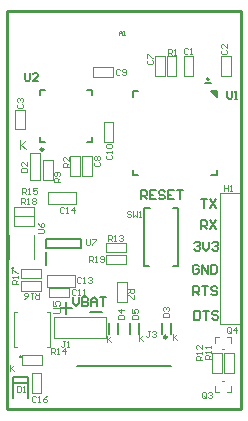
<source format=gto>
G04*
G04 #@! TF.GenerationSoftware,Altium Limited,Altium Designer,20.0.2 (26)*
G04*
G04 Layer_Color=16777215*
%FSLAX44Y44*%
%MOMM*%
G71*
G01*
G75*
%ADD10C,0.2000*%
%ADD11C,0.2500*%
%ADD12C,0.1000*%
%ADD13C,0.2540*%
%ADD14C,0.0762*%
%ADD15C,0.1270*%
%ADD16C,0.0760*%
%ADD17C,0.2032*%
%ADD18C,0.1524*%
D10*
X6641Y120949D02*
G03*
X6641Y120949I-803J0D01*
G01*
X172006Y280870D02*
G03*
X172006Y280870I-1000J0D01*
G01*
X33768Y138236D02*
Y145736D01*
X63768D01*
Y138236D02*
Y145736D01*
X33768Y138236D02*
X63768D01*
X33768Y123236D02*
Y134736D01*
X6136Y28702D02*
X18596D01*
X7166Y23622D02*
X18596D01*
Y28702D02*
X18746Y11312D01*
X5746D02*
Y28312D01*
X60000Y38500D02*
X140000D01*
X73000Y227990D02*
Y232240D01*
X68750Y227990D02*
X73000D01*
Y267740D02*
Y271990D01*
X68750D02*
X73000D01*
X29000D02*
X33250D01*
X29000Y267740D02*
Y271990D01*
Y227990D02*
Y232240D01*
Y227990D02*
X33250D01*
X141602Y122416D02*
X146092D01*
Y171526D01*
X141572D02*
X146092D01*
X117072Y171566D02*
X121542D01*
X117072Y122576D02*
Y171566D01*
Y122576D02*
X121532D01*
D11*
X136250Y62500D02*
G03*
X136250Y62500I-1250J0D01*
G01*
X31750Y221490D02*
G03*
X31750Y221490I-1250J0D01*
G01*
D12*
X2608Y128311D02*
Y149311D01*
X23808Y128311D02*
Y149311D01*
X41021Y61392D02*
X84455D01*
X41021D02*
Y79680D01*
X84455D01*
Y61392D02*
Y79680D01*
X34945Y53837D02*
X36992D01*
X34945Y83837D02*
X36992D01*
X6992D02*
X9039D01*
X6992Y53837D02*
X9039D01*
X36992D02*
Y83837D01*
X6992Y53837D02*
Y83837D01*
X182660Y25775D02*
X184692D01*
X177072Y16123D02*
X180120D01*
X177072D02*
Y20949D01*
X190280Y16123D02*
Y20949D01*
X187232Y16123D02*
X190280D01*
X182660Y52636D02*
X184692D01*
X187232Y62288D02*
X190280D01*
Y57462D02*
Y62288D01*
X177072Y57462D02*
Y62288D01*
X180120D01*
D13*
X1252Y1285D02*
Y338582D01*
Y1285D02*
X198692D01*
Y338582D01*
X1252D02*
X198692D01*
D14*
X101224Y134287D02*
Y142587D01*
X84424D02*
X101224D01*
X84424Y134287D02*
Y142587D01*
Y134287D02*
X101224D01*
X84442Y124139D02*
Y132439D01*
Y124139D02*
X101242D01*
Y132439D01*
X84442D02*
X101242D01*
X13952Y47026D02*
X30752D01*
Y38726D02*
Y47026D01*
X13952Y38726D02*
X30752D01*
X13952D02*
Y47026D01*
X7094Y156682D02*
X23894D01*
X7094D02*
Y164982D01*
X23894D01*
Y156682D02*
Y164982D01*
X7094Y173010D02*
X23894D01*
Y164710D02*
Y173010D01*
X7094Y164710D02*
X23894D01*
X7094D02*
Y173010D01*
X12682Y110272D02*
X29482D01*
Y101972D02*
Y110272D01*
X12682Y101972D02*
X29482D01*
X12682D02*
Y110272D01*
Y112232D02*
X29482D01*
X12682D02*
Y120532D01*
X29482D01*
Y112232D02*
Y120532D01*
X93944Y92312D02*
Y109112D01*
X102244D01*
Y92312D02*
Y109112D01*
X93944Y92312D02*
X102244D01*
X180818Y73373D02*
Y109187D01*
X200122Y73373D02*
Y109187D01*
X180818Y73373D02*
X200122D01*
X182818Y31950D02*
Y48750D01*
X174518Y31950D02*
X182818D01*
X174518D02*
Y48750D01*
X182818D01*
X184473Y31950D02*
Y48750D01*
X192773D01*
Y31950D02*
Y48750D01*
X184473Y31950D02*
X192773D01*
X34736Y105036D02*
Y115536D01*
Y105036D02*
X58536D01*
Y115536D01*
X34736D02*
X58536D01*
X35752Y185462D02*
X59552D01*
Y174962D02*
Y185462D01*
X35752Y174962D02*
X59552D01*
X35752D02*
Y185462D01*
X136032Y283446D02*
X144332D01*
Y300246D01*
X136032D02*
X144332D01*
X136032Y283446D02*
Y300246D01*
X54400Y199348D02*
Y216148D01*
X62700D01*
Y199348D02*
Y216148D01*
X54400Y199348D02*
X62700D01*
X31360Y212108D02*
X39660D01*
X31360Y195308D02*
Y212108D01*
Y195308D02*
X39660D01*
Y212108D01*
X20489Y195640D02*
Y218840D01*
X28989D01*
Y195640D02*
Y218840D01*
X20489Y195640D02*
X28989D01*
X112522Y64006D02*
Y58928D01*
Y60621D01*
X115908Y64006D01*
X113368Y61467D01*
X115908Y58928D01*
X85852Y63244D02*
Y58166D01*
Y59859D01*
X89238Y63244D01*
X86698Y60705D01*
X89238Y58166D01*
X141478Y64768D02*
Y59690D01*
Y61383D01*
X144864Y64768D01*
X142324Y62229D01*
X144864Y59690D01*
X3556Y38860D02*
Y33782D01*
Y35475D01*
X6942Y38860D01*
X4402Y36321D01*
X6942Y33782D01*
X11864Y229085D02*
Y221468D01*
Y224007D01*
X16943Y229085D01*
X13134Y225277D01*
X16943Y221468D01*
X69977Y125918D02*
Y130996D01*
X72516D01*
X73363Y130150D01*
Y128457D01*
X72516Y127611D01*
X69977D01*
X71670D02*
X73363Y125918D01*
X75055D02*
X76748D01*
X75902D01*
Y130996D01*
X75055Y130150D01*
X79287Y126764D02*
X80134Y125918D01*
X81826D01*
X82673Y126764D01*
Y130150D01*
X81826Y130996D01*
X80134D01*
X79287Y130150D01*
Y129304D01*
X80134Y128457D01*
X82673D01*
X86792Y143827D02*
Y148906D01*
X89331D01*
X90177Y148060D01*
Y146367D01*
X89331Y145520D01*
X86792D01*
X88485D02*
X90177Y143827D01*
X91870D02*
X93563D01*
X92717D01*
Y148906D01*
X91870Y148060D01*
X96102D02*
X96948Y148906D01*
X98641D01*
X99488Y148060D01*
Y147213D01*
X98641Y146367D01*
X97795D01*
X98641D01*
X99488Y145520D01*
Y144674D01*
X98641Y143827D01*
X96948D01*
X96102Y144674D01*
X106936Y78232D02*
X112014D01*
Y80771D01*
X111168Y81618D01*
X107782D01*
X106936Y80771D01*
Y78232D01*
Y86696D02*
Y83310D01*
X109475D01*
X108628Y85003D01*
Y85850D01*
X109475Y86696D01*
X111168D01*
X112014Y85850D01*
Y84157D01*
X111168Y83310D01*
X94998Y77978D02*
X100076D01*
Y80517D01*
X99230Y81364D01*
X95844D01*
X94998Y80517D01*
Y77978D01*
X100076Y85596D02*
X94998D01*
X97537Y83056D01*
Y86442D01*
X133098Y79248D02*
X138176D01*
Y81787D01*
X137330Y82634D01*
X133944D01*
X133098Y81787D01*
Y79248D01*
X133944Y84326D02*
X133098Y85173D01*
Y86866D01*
X133944Y87712D01*
X134790D01*
X135637Y86866D01*
Y86019D01*
Y86866D01*
X136483Y87712D01*
X137330D01*
X138176Y86866D01*
Y85173D01*
X137330Y84326D01*
X105748Y168824D02*
X104901Y169670D01*
X103208D01*
X102362Y168824D01*
Y167978D01*
X103208Y167131D01*
X104901D01*
X105748Y166285D01*
Y165438D01*
X104901Y164592D01*
X103208D01*
X102362Y165438D01*
X107440Y169670D02*
Y164592D01*
X109133Y166285D01*
X110826Y164592D01*
Y169670D01*
X112519Y164592D02*
X114212D01*
X113365D01*
Y169670D01*
X112519Y168824D01*
X67892Y145231D02*
Y140998D01*
X68738Y140152D01*
X70431D01*
X71277Y140998D01*
Y145231D01*
X72970D02*
X76356D01*
Y144384D01*
X72970Y140998D01*
Y140152D01*
X27539Y150628D02*
X31771D01*
X32618Y151474D01*
Y153167D01*
X31771Y154013D01*
X27539D01*
Y159092D02*
X28386Y157399D01*
X30078Y155706D01*
X31771D01*
X32618Y156553D01*
Y158245D01*
X31771Y159092D01*
X30925D01*
X30078Y158245D01*
Y155706D01*
X12525Y175565D02*
Y180643D01*
X15064D01*
X15910Y179797D01*
Y178104D01*
X15064Y177258D01*
X12525D01*
X14217D02*
X15910Y175565D01*
X17603D02*
X19296D01*
X18449D01*
Y180643D01*
X17603Y179797D01*
X21835D02*
X22682Y180643D01*
X24374D01*
X25221Y179797D01*
Y178950D01*
X24374Y178104D01*
X25221Y177258D01*
Y176411D01*
X24374Y175565D01*
X22682D01*
X21835Y176411D01*
Y177258D01*
X22682Y178104D01*
X21835Y178950D01*
Y179797D01*
X22682Y178104D02*
X24374D01*
X9982Y107086D02*
X4904D01*
Y109626D01*
X5750Y110472D01*
X7443D01*
X8289Y109626D01*
Y107086D01*
Y108779D02*
X9982Y110472D01*
Y112165D02*
Y113857D01*
Y113011D01*
X4904D01*
X5750Y112165D01*
X4904Y116397D02*
Y119782D01*
X5750D01*
X9136Y116397D01*
X9982D01*
X27762Y99847D02*
Y94769D01*
X25223D01*
X24377Y95615D01*
Y97308D01*
X25223Y98155D01*
X27762D01*
X26069D02*
X24377Y99847D01*
X22684D02*
X20991D01*
X21837D01*
Y94769D01*
X22684Y95615D01*
X15066Y94769D02*
X16759Y95615D01*
X18452Y97308D01*
Y99001D01*
X17606Y99847D01*
X15913D01*
X15066Y99001D01*
Y98155D01*
X15913Y97308D01*
X18452D01*
X13251Y184028D02*
Y189106D01*
X15790D01*
X16637Y188260D01*
Y186567D01*
X15790Y185721D01*
X13251D01*
X14944D02*
X16637Y184028D01*
X18329D02*
X20022D01*
X19176D01*
Y189106D01*
X18329Y188260D01*
X25947Y189106D02*
X22562D01*
Y186567D01*
X24254Y187414D01*
X25101D01*
X25947Y186567D01*
Y184874D01*
X25101Y184028D01*
X23408D01*
X22562Y184874D01*
X38001Y47902D02*
Y52980D01*
X40540D01*
X41386Y52134D01*
Y50441D01*
X40540Y49595D01*
X38001D01*
X39694D02*
X41386Y47902D01*
X43079D02*
X44772D01*
X43926D01*
Y52980D01*
X43079Y52134D01*
X49850Y47902D02*
Y52980D01*
X47311Y50441D01*
X50697D01*
X49614Y59434D02*
X47921D01*
X48767D01*
Y55202D01*
X47921Y54356D01*
X47074D01*
X46228Y55202D01*
X51306Y54356D02*
X52999D01*
X52153D01*
Y59434D01*
X51306Y58588D01*
X25230Y11598D02*
X24383Y12444D01*
X22690D01*
X21844Y11598D01*
Y8212D01*
X22690Y7366D01*
X24383D01*
X25230Y8212D01*
X26922Y7366D02*
X28615D01*
X27769D01*
Y12444D01*
X26922Y11598D01*
X34540Y12444D02*
X32847Y11598D01*
X31154Y9905D01*
Y8212D01*
X32001Y7366D01*
X33693D01*
X34540Y8212D01*
Y9059D01*
X33693Y9905D01*
X31154D01*
X59212Y102670D02*
X58366Y103516D01*
X56673D01*
X55827Y102670D01*
Y99284D01*
X56673Y98438D01*
X58366D01*
X59212Y99284D01*
X60905Y98438D02*
X62598D01*
X61751D01*
Y103516D01*
X60905Y102670D01*
X65137Y98438D02*
X66830D01*
X65983D01*
Y103516D01*
X65137Y102670D01*
X184963Y191151D02*
Y186073D01*
Y188612D01*
X188349D01*
Y191151D01*
Y186073D01*
X190042D02*
X191734D01*
X190888D01*
Y191151D01*
X190042Y190305D01*
X166390Y43194D02*
X161312D01*
Y45733D01*
X162158Y46579D01*
X163851D01*
X164697Y45733D01*
Y43194D01*
Y44886D02*
X166390Y46579D01*
Y48272D02*
Y49965D01*
Y49118D01*
X161312D01*
X162158Y48272D01*
X166390Y55890D02*
Y52504D01*
X163005Y55890D01*
X162158D01*
X161312Y55043D01*
Y53350D01*
X162158Y52504D01*
X173243Y44048D02*
X168165D01*
Y46588D01*
X169011Y47434D01*
X170704D01*
X171551Y46588D01*
Y44048D01*
Y45741D02*
X173243Y47434D01*
Y49127D02*
Y50820D01*
Y49973D01*
X168165D01*
X169011Y49127D01*
X173243Y53359D02*
Y55051D01*
Y54205D01*
X168165D01*
X169011Y53359D01*
X190225Y66459D02*
Y69845D01*
X189379Y70691D01*
X187686D01*
X186840Y69845D01*
Y66459D01*
X187686Y65613D01*
X189379D01*
X188533Y67306D02*
X190225Y65613D01*
X189379D02*
X190225Y66459D01*
X194457Y65613D02*
Y70691D01*
X191918Y68152D01*
X195304D01*
X169029Y11885D02*
Y15271D01*
X168183Y16117D01*
X166490D01*
X165644Y15271D01*
Y11885D01*
X166490Y11039D01*
X168183D01*
X167336Y12732D02*
X169029Y11039D01*
X168183D02*
X169029Y11885D01*
X170722Y15271D02*
X171568Y16117D01*
X173261D01*
X174107Y15271D01*
Y14424D01*
X173261Y13578D01*
X172415D01*
X173261D01*
X174107Y12732D01*
Y11885D01*
X173261Y11039D01*
X171568D01*
X170722Y11885D01*
X95359Y318206D02*
Y320745D01*
X96629Y322015D01*
X97898Y320745D01*
Y318206D01*
Y320111D01*
X95359D01*
X99168Y318206D02*
X100438D01*
X99803D01*
Y322015D01*
X99168Y321380D01*
X39461Y82784D02*
X44751D01*
X45809Y83842D01*
Y85958D01*
X44751Y87016D01*
X39461D01*
Y93364D02*
Y89132D01*
X42635D01*
X41577Y91248D01*
Y92306D01*
X42635Y93364D01*
X44751D01*
X45809Y92306D01*
Y90190D01*
X44751Y89132D01*
D15*
X174026Y270590D02*
X178426D01*
Y266190D02*
Y270590D01*
X107426D02*
X111826D01*
X107426Y266190D02*
Y270590D01*
Y199590D02*
X111826D01*
X107426D02*
Y203990D01*
X174026Y199590D02*
X178426D01*
Y203990D01*
X104658Y65550D02*
Y74150D01*
X112258Y65550D02*
Y74150D01*
X87640Y65550D02*
Y74150D01*
X95240Y65550D02*
Y74150D01*
X132090Y65550D02*
Y74150D01*
X139690Y65550D02*
Y74150D01*
X174026Y270590D02*
X178426Y266190D01*
X159258Y84833D02*
Y77216D01*
X163067D01*
X164336Y78486D01*
Y83564D01*
X163067Y84833D01*
X159258D01*
X166875D02*
X171954D01*
X169415D01*
Y77216D01*
X179571Y83564D02*
X178302Y84833D01*
X175763D01*
X174493Y83564D01*
Y82294D01*
X175763Y81025D01*
X178302D01*
X179571Y79755D01*
Y78486D01*
X178302Y77216D01*
X175763D01*
X174493Y78486D01*
X158750Y98044D02*
Y105661D01*
X162559D01*
X163828Y104392D01*
Y101853D01*
X162559Y100583D01*
X158750D01*
X161289D02*
X163828Y98044D01*
X166367Y105661D02*
X171446D01*
X168907D01*
Y98044D01*
X179063Y104392D02*
X177794Y105661D01*
X175255D01*
X173985Y104392D01*
Y103122D01*
X175255Y101853D01*
X177794D01*
X179063Y100583D01*
Y99314D01*
X177794Y98044D01*
X175255D01*
X173985Y99314D01*
X163199Y122356D02*
X161930Y123626D01*
X159391D01*
X158121Y122356D01*
Y117278D01*
X159391Y116008D01*
X161930D01*
X163199Y117278D01*
Y119817D01*
X160660D01*
X165739Y116008D02*
Y123626D01*
X170817Y116008D01*
Y123626D01*
X173356D02*
Y116008D01*
X177165D01*
X178435Y117278D01*
Y122356D01*
X177165Y123626D01*
X173356D01*
X159595Y142106D02*
X160865Y143376D01*
X163404D01*
X164673Y142106D01*
Y140836D01*
X163404Y139567D01*
X162134D01*
X163404D01*
X164673Y138297D01*
Y137028D01*
X163404Y135758D01*
X160865D01*
X159595Y137028D01*
X167213Y143376D02*
Y138297D01*
X169752Y135758D01*
X172291Y138297D01*
Y143376D01*
X174830Y142106D02*
X176100Y143376D01*
X178639D01*
X179909Y142106D01*
Y140836D01*
X178639Y139567D01*
X177369D01*
X178639D01*
X179909Y138297D01*
Y137028D01*
X178639Y135758D01*
X176100D01*
X174830Y137028D01*
X164899Y154031D02*
Y161649D01*
X168707D01*
X169977Y160379D01*
Y157840D01*
X168707Y156571D01*
X164899D01*
X167438D02*
X169977Y154031D01*
X172516Y161649D02*
X177595Y154031D01*
Y161649D02*
X172516Y154031D01*
X164901Y179337D02*
X169979D01*
X167440D01*
Y171720D01*
X172518Y179337D02*
X177597Y171720D01*
Y179337D02*
X172518Y171720D01*
X114046Y179324D02*
Y186942D01*
X117855D01*
X119124Y185672D01*
Y183133D01*
X117855Y181863D01*
X114046D01*
X116585D02*
X119124Y179324D01*
X126742Y186942D02*
X121664D01*
Y179324D01*
X126742D01*
X121664Y183133D02*
X124203D01*
X134359Y185672D02*
X133090Y186942D01*
X130551D01*
X129281Y185672D01*
Y184402D01*
X130551Y183133D01*
X133090D01*
X134359Y181863D01*
Y180594D01*
X133090Y179324D01*
X130551D01*
X129281Y180594D01*
X141977Y186942D02*
X136899D01*
Y179324D01*
X141977D01*
X136899Y183133D02*
X139438D01*
X144516Y186942D02*
X149594D01*
X147055D01*
Y179324D01*
X16238Y285996D02*
Y280706D01*
X17297Y279648D01*
X19412D01*
X20470Y280706D01*
Y285996D01*
X26818Y279648D02*
X22586D01*
X26818Y283880D01*
Y284938D01*
X25760Y285996D01*
X23644D01*
X22586Y284938D01*
X187579Y270776D02*
Y265487D01*
X188638Y264429D01*
X190753D01*
X191812Y265487D01*
Y270776D01*
X193927Y264429D02*
X196043D01*
X194985D01*
Y270776D01*
X193927Y269718D01*
D16*
X30071Y15291D02*
Y31991D01*
X21971Y15291D02*
Y31991D01*
X30071D01*
X21971Y15291D02*
X30071D01*
X36658Y104430D02*
X53358D01*
X36658Y96330D02*
X53358D01*
X36658D02*
Y104430D01*
X53358Y96330D02*
Y104430D01*
X180818Y109187D02*
Y184137D01*
X200122D01*
Y109187D02*
Y184137D01*
X158710Y283547D02*
Y300247D01*
X150610Y283547D02*
Y300247D01*
X158710D01*
X150610Y283547D02*
X158710D01*
X182262D02*
X190362D01*
X182262Y300247D02*
X190362D01*
X182262Y283547D02*
Y300247D01*
X190362Y283547D02*
Y300247D01*
X8016Y238334D02*
Y255034D01*
X16116Y238334D02*
Y255034D01*
X8016Y238334D02*
X16116D01*
X8016Y255034D02*
X16116D01*
X126380Y283446D02*
Y300146D01*
X134480Y283446D02*
Y300146D01*
X126380Y283446D02*
X134480D01*
X126380Y300146D02*
X134480D01*
X64718Y199348D02*
X72818D01*
X64718Y216048D02*
X72818D01*
X64718Y199348D02*
Y216048D01*
X72818Y199348D02*
Y216048D01*
X73742Y291120D02*
X90442D01*
X73742Y283020D02*
X90442D01*
X73742D02*
Y291120D01*
X90442Y283020D02*
Y291120D01*
X82849Y244807D02*
X90948D01*
X82849Y228107D02*
X90948D01*
Y244807D01*
X82849Y228107D02*
Y244807D01*
X12793Y202687D02*
X17871D01*
Y205226D01*
X17025Y206073D01*
X13640D01*
X12793Y205226D01*
Y202687D01*
X17871Y211151D02*
Y207765D01*
X14486Y211151D01*
X13640D01*
X12793Y210305D01*
Y208612D01*
X13640Y207765D01*
X45979Y194043D02*
X40901D01*
Y196583D01*
X41747Y197429D01*
X43440D01*
X44286Y196583D01*
Y194043D01*
Y195736D02*
X45979Y197429D01*
X45133Y199122D02*
X45979Y199968D01*
Y201661D01*
X45133Y202507D01*
X41747D01*
X40901Y201661D01*
Y199968D01*
X41747Y199122D01*
X42593D01*
X43440Y199968D01*
Y202507D01*
X103721Y103455D02*
X108799D01*
Y100916D01*
X107953Y100069D01*
X106260D01*
X105414Y100916D01*
Y103455D01*
Y101762D02*
X103721Y100069D01*
X108799Y98377D02*
Y94991D01*
X107953D01*
X104568Y98377D01*
X103721D01*
X53151Y206638D02*
X48072D01*
Y209178D01*
X48919Y210024D01*
X50612D01*
X51458Y209178D01*
Y206638D01*
Y208331D02*
X53151Y210024D01*
Y215102D02*
Y211717D01*
X49765Y215102D01*
X48919D01*
X48072Y214256D01*
Y212563D01*
X48919Y211717D01*
X137366Y301556D02*
Y306635D01*
X139905D01*
X140751Y305788D01*
Y304096D01*
X139905Y303249D01*
X137366D01*
X139059D02*
X140751Y301556D01*
X142444D02*
X144137D01*
X143291D01*
Y306635D01*
X142444Y305788D01*
X122268Y67730D02*
X120575D01*
X121421D01*
Y63498D01*
X120575Y62652D01*
X119729D01*
X118882Y63498D01*
X123961Y66884D02*
X124807Y67730D01*
X126500D01*
X127346Y66884D01*
Y66037D01*
X126500Y65191D01*
X125653D01*
X126500D01*
X127346Y64344D01*
Y63498D01*
X126500Y62652D01*
X124807D01*
X123961Y63498D01*
X8966Y21367D02*
Y16289D01*
X11505D01*
X12352Y17135D01*
Y20521D01*
X11505Y21367D01*
X8966D01*
X14045Y16289D02*
X15737D01*
X14891D01*
Y21367D01*
X14045Y20521D01*
X49271Y171836D02*
X48424Y172683D01*
X46732D01*
X45885Y171836D01*
Y168451D01*
X46732Y167604D01*
X48424D01*
X49271Y168451D01*
X50963Y167604D02*
X52656D01*
X51810D01*
Y172683D01*
X50963Y171836D01*
X57735Y167604D02*
Y172683D01*
X55195Y170144D01*
X58581D01*
X63863Y112639D02*
X63017Y113485D01*
X61324D01*
X60477Y112639D01*
Y109254D01*
X61324Y108407D01*
X63017D01*
X63863Y109254D01*
X65556Y108407D02*
X67249D01*
X66402D01*
Y113485D01*
X65556Y112639D01*
X69788D02*
X70634Y113485D01*
X72327D01*
X73173Y112639D01*
Y111793D01*
X72327Y110946D01*
X71480D01*
X72327D01*
X73173Y110100D01*
Y109254D01*
X72327Y108407D01*
X70634D01*
X69788Y109254D01*
X85592Y216939D02*
X84745Y216092D01*
Y214399D01*
X85592Y213553D01*
X88977D01*
X89824Y214399D01*
Y216092D01*
X88977Y216939D01*
X89824Y218631D02*
Y220324D01*
Y219478D01*
X84745D01*
X85592Y218631D01*
Y222863D02*
X84745Y223710D01*
Y225403D01*
X85592Y226249D01*
X88977D01*
X89824Y225403D01*
Y223710D01*
X88977Y222863D01*
X85592D01*
X96604Y288966D02*
X95757Y289812D01*
X94064D01*
X93218Y288966D01*
Y285580D01*
X94064Y284734D01*
X95757D01*
X96604Y285580D01*
X98296D02*
X99143Y284734D01*
X100836D01*
X101682Y285580D01*
Y288966D01*
X100836Y289812D01*
X99143D01*
X98296Y288966D01*
Y288120D01*
X99143Y287273D01*
X101682D01*
X75322Y210694D02*
X74476Y209847D01*
Y208155D01*
X75322Y207308D01*
X78708D01*
X79554Y208155D01*
Y209847D01*
X78708Y210694D01*
X75322Y212386D02*
X74476Y213233D01*
Y214926D01*
X75322Y215772D01*
X76168D01*
X77015Y214926D01*
X77861Y215772D01*
X78708D01*
X79554Y214926D01*
Y213233D01*
X78708Y212386D01*
X77861D01*
X77015Y213233D01*
X76168Y212386D01*
X75322D01*
X77015Y213233D02*
Y214926D01*
X119921Y297124D02*
X119074Y296278D01*
Y294585D01*
X119921Y293738D01*
X123306D01*
X124153Y294585D01*
Y296278D01*
X123306Y297124D01*
X119074Y298817D02*
Y302202D01*
X119921D01*
X123306Y298817D01*
X124153D01*
X10494Y259677D02*
X9647Y258831D01*
Y257138D01*
X10494Y256291D01*
X13879D01*
X14726Y257138D01*
Y258831D01*
X13879Y259677D01*
X10494Y261370D02*
X9647Y262216D01*
Y263909D01*
X10494Y264755D01*
X11340D01*
X12186Y263909D01*
Y263062D01*
Y263909D01*
X13033Y264755D01*
X13879D01*
X14726Y263909D01*
Y262216D01*
X13879Y261370D01*
X182862Y305397D02*
X182015Y304550D01*
Y302857D01*
X182862Y302011D01*
X186248D01*
X187094Y302857D01*
Y304550D01*
X186248Y305397D01*
X187094Y310475D02*
Y307089D01*
X183708Y310475D01*
X182862D01*
X182015Y309629D01*
Y307936D01*
X182862Y307089D01*
X153726Y306688D02*
X152879Y307534D01*
X151187D01*
X150340Y306688D01*
Y303302D01*
X151187Y302456D01*
X152879D01*
X153726Y303302D01*
X155418Y302456D02*
X157111D01*
X156265D01*
Y307534D01*
X155418Y306688D01*
D17*
X168765Y277732D02*
X173667D01*
X176473Y269937D02*
X177979Y268330D01*
D18*
X56888Y96248D02*
Y91170D01*
X59428Y88631D01*
X61967Y91170D01*
Y96248D01*
X64506D02*
Y88631D01*
X68315D01*
X69584Y89900D01*
Y91170D01*
X68315Y92439D01*
X64506D01*
X68315D01*
X69584Y93709D01*
Y94979D01*
X68315Y96248D01*
X64506D01*
X72123Y88631D02*
Y93709D01*
X74663Y96248D01*
X77202Y93709D01*
Y88631D01*
Y92439D01*
X72123D01*
X79741Y96248D02*
X84819D01*
X82280D01*
Y88631D01*
X71150Y83670D02*
X81307D01*
X45451Y86815D02*
X55608D01*
X50529Y91893D02*
Y81736D01*
X12341Y45722D02*
X11508D01*
Y46555D01*
X12341D01*
Y45722D01*
M02*

</source>
